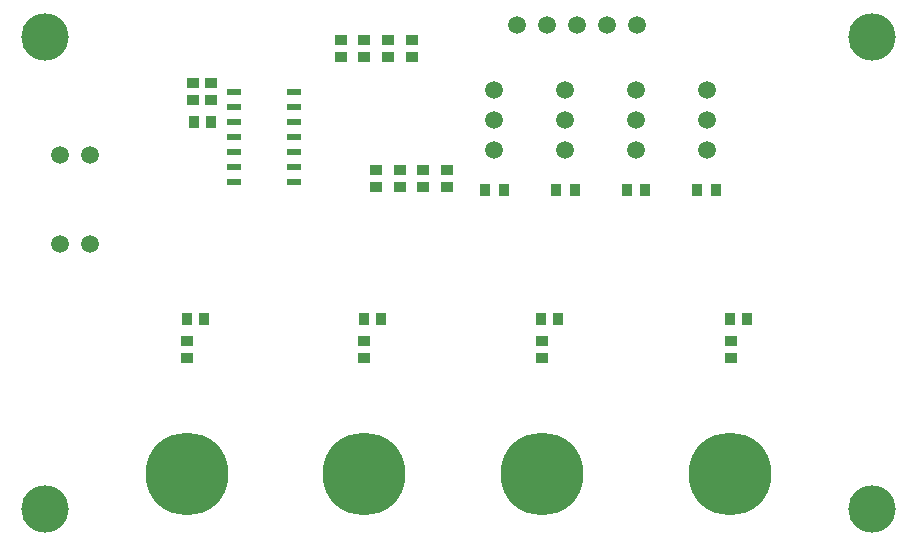
<source format=gts>
G04*
G04 #@! TF.GenerationSoftware,Altium Limited,Altium Designer,25.6.2 (33)*
G04*
G04 Layer_Color=13223074*
%FSLAX44Y44*%
%MOMM*%
G71*
G04*
G04 #@! TF.SameCoordinates,5A2B70AC-5458-4EE4-9834-206D764CF899*
G04*
G04*
G04 #@! TF.FilePolarity,Negative*
G04*
G01*
G75*
G04:AMPARAMS|DCode=14|XSize=0.8mm|YSize=0.95mm|CornerRadius=0.012mm|HoleSize=0mm|Usage=FLASHONLY|Rotation=270.000|XOffset=0mm|YOffset=0mm|HoleType=Round|Shape=RoundedRectangle|*
%AMROUNDEDRECTD14*
21,1,0.8000,0.9260,0,0,270.0*
21,1,0.7760,0.9500,0,0,270.0*
1,1,0.0240,-0.4630,-0.3880*
1,1,0.0240,-0.4630,0.3880*
1,1,0.0240,0.4630,0.3880*
1,1,0.0240,0.4630,-0.3880*
%
%ADD14ROUNDEDRECTD14*%
G04:AMPARAMS|DCode=15|XSize=0.8mm|YSize=0.95mm|CornerRadius=0.012mm|HoleSize=0mm|Usage=FLASHONLY|Rotation=180.000|XOffset=0mm|YOffset=0mm|HoleType=Round|Shape=RoundedRectangle|*
%AMROUNDEDRECTD15*
21,1,0.8000,0.9260,0,0,180.0*
21,1,0.7760,0.9500,0,0,180.0*
1,1,0.0240,-0.3880,0.4630*
1,1,0.0240,0.3880,0.4630*
1,1,0.0240,0.3880,-0.4630*
1,1,0.0240,-0.3880,-0.4630*
%
%ADD15ROUNDEDRECTD15*%
%ADD16R,0.9000X1.0000*%
G04:AMPARAMS|DCode=17|XSize=0.55mm|YSize=1.2mm|CornerRadius=0.0028mm|HoleSize=0mm|Usage=FLASHONLY|Rotation=90.000|XOffset=0mm|YOffset=0mm|HoleType=Round|Shape=RoundedRectangle|*
%AMROUNDEDRECTD17*
21,1,0.5500,1.1945,0,0,90.0*
21,1,0.5445,1.2000,0,0,90.0*
1,1,0.0055,0.5972,0.2723*
1,1,0.0055,0.5972,-0.2723*
1,1,0.0055,-0.5972,-0.2723*
1,1,0.0055,-0.5972,0.2723*
%
%ADD17ROUNDEDRECTD17*%
%ADD18C,7.0000*%
%ADD19C,1.5000*%
%ADD20C,4.0032*%
D14*
X630000Y192130D02*
D03*
Y177875D02*
D03*
X470000Y192130D02*
D03*
Y177875D02*
D03*
X320000Y192130D02*
D03*
Y177875D02*
D03*
X360000Y432875D02*
D03*
Y447130D02*
D03*
X340000Y432875D02*
D03*
Y447130D02*
D03*
X320000Y432875D02*
D03*
Y447130D02*
D03*
X300000Y432875D02*
D03*
Y447130D02*
D03*
X390000Y322870D02*
D03*
Y337125D02*
D03*
X370000Y322870D02*
D03*
Y337125D02*
D03*
X350000Y322870D02*
D03*
Y337125D02*
D03*
X330000Y322870D02*
D03*
Y337125D02*
D03*
X190000Y411130D02*
D03*
Y396875D02*
D03*
X175000Y411125D02*
D03*
Y396870D02*
D03*
X170000Y192130D02*
D03*
Y177875D02*
D03*
D15*
X629875Y211000D02*
D03*
X644130D02*
D03*
X469875D02*
D03*
X484130D02*
D03*
X319875D02*
D03*
X334130D02*
D03*
X190000Y377700D02*
D03*
X175745D02*
D03*
X169875Y211000D02*
D03*
X184130D02*
D03*
D16*
X618000Y320000D02*
D03*
X602000D02*
D03*
X558000D02*
D03*
X542000D02*
D03*
X498000D02*
D03*
X482000D02*
D03*
X438000D02*
D03*
X422000D02*
D03*
D17*
X209500Y403100D02*
D03*
Y365000D02*
D03*
X260500D02*
D03*
X209500Y377700D02*
D03*
X260500D02*
D03*
Y390400D02*
D03*
X209500Y352300D02*
D03*
Y339600D02*
D03*
Y326900D02*
D03*
X260500D02*
D03*
Y339600D02*
D03*
Y403100D02*
D03*
Y352300D02*
D03*
X209500Y390400D02*
D03*
D18*
X629960Y80000D02*
D03*
X319960D02*
D03*
X169960D02*
D03*
X469960D02*
D03*
D19*
X62300Y275000D02*
D03*
X87700D02*
D03*
Y350000D02*
D03*
X62300D02*
D03*
X610000Y380000D02*
D03*
X430000Y354600D02*
D03*
Y405400D02*
D03*
Y380000D02*
D03*
X490000Y354600D02*
D03*
Y405400D02*
D03*
Y380000D02*
D03*
X550000Y354600D02*
D03*
Y405400D02*
D03*
Y380000D02*
D03*
X610000Y354600D02*
D03*
Y405400D02*
D03*
X449200Y460000D02*
D03*
X474600D02*
D03*
X500000D02*
D03*
X525400D02*
D03*
X550800D02*
D03*
D20*
X50000Y450000D02*
D03*
X750000D02*
D03*
X50000Y50000D02*
D03*
X750000D02*
D03*
M02*

</source>
